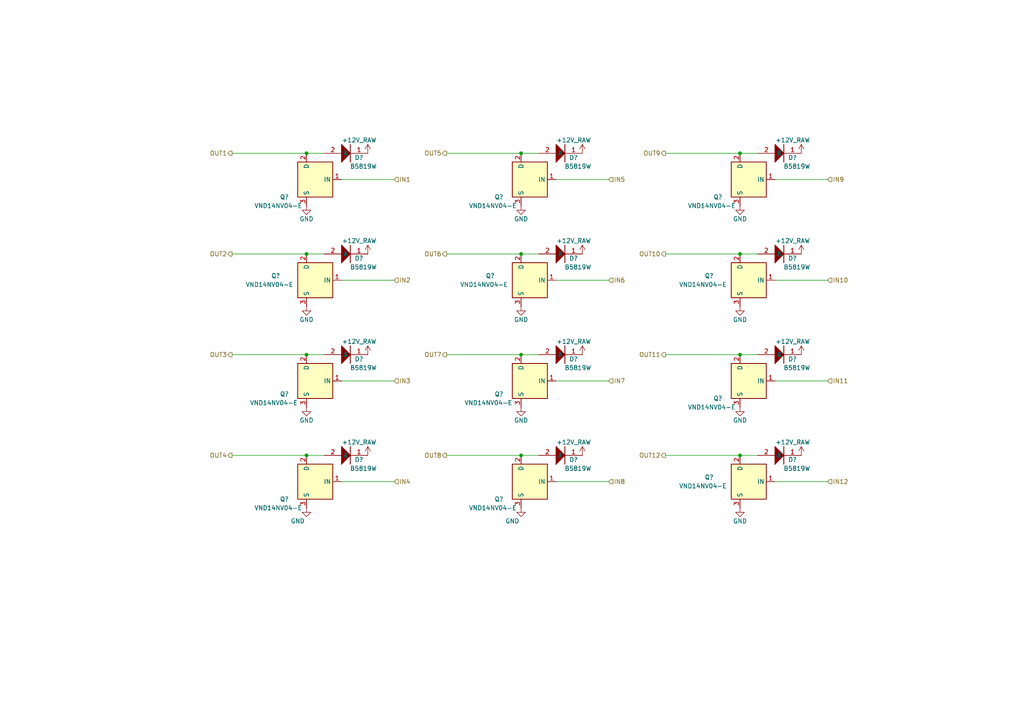
<source format=kicad_sch>
(kicad_sch (version 20230121) (generator eeschema)
  (paper "A4")
  (lib_symbols
    (symbol "Power_Management:AUIPS2041L"
      (property "Reference" "U" (at 3.81 1.27 0))
      (property "Value" "AUIPS2041L" (at 3.81 -1.27 0))
      (symbol "AUIPS2041L_0_1"
        (rectangle (start -7.62 5.08) (end 2.54 -5.08) (stroke (width 0.254)) (fill (type background)))
      )
      (symbol "AUIPS2041L_1_1"
        (pin input line (at -10.16 0 0) (length 2.54) (name "IN") (number "1"))
        (pin passive line (at 0 7.62 270) (length 2.54) (name "D") (number "2"))
        (pin power_in line (at 0 -7.62 90) (length 2.54) (name "S") (number "3"))
      )
    )
    (symbol "hellen-one-common:+12V_RAW" (power) (pin_names (offset 0))
      (property "Value" "+12V_RAW" (at 0 3.556 0))
      (symbol "+12V_RAW_0_1"
        (polyline (pts (xy -0.762 1.27) (xy 0 2.54)))
        (polyline (pts (xy 0 0) (xy 0 2.54)))
        (polyline (pts (xy 0 2.54) (xy 0.762 1.27)))
      )
      (symbol "+12V_RAW_1_1"
        (pin power_in line (at 0 0 90) (length 0) hide (name "+12V_RAW") (number "1"))
      )
    )
    (symbol "hellen-one-common:1N4148WS"
      (property "Reference" "D" (at 0 2.54 0))
      (property "Value" "1N4148WS" (at 0 -3.81 0))
      (symbol "1N4148WS_1_0"
        (polyline (pts (xy 2.54 2.54) (xy 2.54 -2.54)) (stroke (width 0.254)))
        (polyline (pts (xy 0 -2.54) (xy 2.54 0) (xy 0 2.54) (xy 0 -2.54)) (stroke (width 0.254)) (fill (type outline)))
        (pin passive line (at 7.62 0 180) (length 5.08) (name "K") (number "1"))
        (pin passive line (at -5.08 0 0) (length 5.08) (name "A") (number "2"))
      )
    )
    (symbol "power:GND" (power) (pin_names (offset 0))
      (property "Value" "GND" (at 0 -3.81 0))
      (symbol "GND_0_1"
        (polyline (pts (xy 0 0) (xy 0 -1.27) (xy 1.27 -1.27) (xy 0 -2.54) (xy -1.27 -1.27) (xy 0 -1.27)))
      )
      (symbol "GND_1_1"
        (pin power_in line (at 0 0 270) (length 0) hide (name "GND") (number "1"))
      )
    )
  )
  (junction (at 214.63 102.87))
  (junction (at 214.63 73.66))
  (junction (at 88.9 73.66))
  (junction (at 151.13 102.87))
  (junction (at 151.13 73.66))
  (junction (at 88.9 102.87))
  (junction (at 151.13 44.45))
  (junction (at 214.63 132.08))
  (junction (at 214.63 44.45))
  (junction (at 88.9 44.45))
  (junction (at 88.9 132.08))
  (junction (at 151.13 132.08))
  (wire (pts (xy 88.9 44.45) (xy 93.98 44.45)))
  (wire (pts (xy 99.06 81.28) (xy 114.3 81.28)))
  (wire (pts (xy 88.9 73.66) (xy 93.98 73.66)))
  (wire (pts (xy 161.29 110.49) (xy 176.53 110.49)))
  (wire (pts (xy 129.54 44.45) (xy 151.13 44.45)))
  (wire (pts (xy 214.63 44.45) (xy 219.71 44.45)))
  (wire (pts (xy 193.04 44.45) (xy 214.63 44.45)))
  (wire (pts (xy 129.54 102.87) (xy 151.13 102.87)))
  (wire (pts (xy 88.9 102.87) (xy 93.98 102.87)))
  (wire (pts (xy 224.79 139.7) (xy 240.03 139.7)))
  (wire (pts (xy 99.06 52.07) (xy 114.3 52.07)))
  (wire (pts (xy 193.04 132.08) (xy 214.63 132.08)))
  (wire (pts (xy 224.79 52.07) (xy 240.03 52.07)))
  (wire (pts (xy 99.06 110.49) (xy 114.3 110.49)))
  (wire (pts (xy 99.06 139.7) (xy 114.3 139.7)))
  (wire (pts (xy 214.63 73.66) (xy 219.71 73.66)))
  (wire (pts (xy 67.31 44.45) (xy 88.9 44.45)))
  (wire (pts (xy 67.31 73.66) (xy 88.9 73.66)))
  (wire (pts (xy 129.54 132.08) (xy 151.13 132.08)))
  (wire (pts (xy 161.29 139.7) (xy 176.53 139.7)))
  (wire (pts (xy 151.13 102.87) (xy 156.21 102.87)))
  (wire (pts (xy 67.31 132.08) (xy 88.9 132.08)))
  (wire (pts (xy 67.31 102.87) (xy 88.9 102.87)))
  (wire (pts (xy 161.29 81.28) (xy 176.53 81.28)))
  (wire (pts (xy 151.13 44.45) (xy 156.21 44.45)))
  (wire (pts (xy 214.63 132.08) (xy 219.71 132.08)))
  (wire (pts (xy 193.04 102.87) (xy 214.63 102.87)))
  (wire (pts (xy 214.63 102.87) (xy 219.71 102.87)))
  (wire (pts (xy 224.79 110.49) (xy 240.03 110.49)))
  (wire (pts (xy 161.29 52.07) (xy 176.53 52.07)))
  (wire (pts (xy 129.54 73.66) (xy 151.13 73.66)))
  (wire (pts (xy 224.79 81.28) (xy 240.03 81.28)))
  (wire (pts (xy 151.13 73.66) (xy 156.21 73.66)))
  (wire (pts (xy 88.9 132.08) (xy 93.98 132.08)))
  (wire (pts (xy 151.13 132.08) (xy 156.21 132.08)))
  (wire (pts (xy 193.04 73.66) (xy 214.63 73.66)))
  (hierarchical_label "IN4" (shape input) (at 114.3 139.7 0))
  (hierarchical_label "IN5" (shape input) (at 176.53 52.07 0))
  (hierarchical_label "IN3" (shape input) (at 114.3 110.49 0))
  (hierarchical_label "OUT7" (shape output) (at 129.54 102.87 180))
  (hierarchical_label "IN10" (shape input) (at 240.03 81.28 0))
  (hierarchical_label "OUT1" (shape output) (at 67.31 44.45 180))
  (hierarchical_label "IN2" (shape input) (at 114.3 81.28 0))
  (hierarchical_label "IN8" (shape input) (at 176.53 139.7 0))
  (hierarchical_label "IN9" (shape input) (at 240.03 52.07 0))
  (hierarchical_label "IN12" (shape input) (at 240.03 139.7 0))
  (hierarchical_label "IN6" (shape input) (at 176.53 81.28 0))
  (hierarchical_label "OUT9" (shape output) (at 193.04 44.45 180))
  (hierarchical_label "OUT8" (shape output) (at 129.54 132.08 180))
  (hierarchical_label "OUT11" (shape output) (at 193.04 102.87 180))
  (hierarchical_label "OUT5" (shape output) (at 129.54 44.45 180))
  (hierarchical_label "OUT10" (shape output) (at 193.04 73.66 180))
  (hierarchical_label "IN1" (shape input) (at 114.3 52.07 0))
  (hierarchical_label "OUT4" (shape output) (at 67.31 132.08 180))
  (hierarchical_label "IN7" (shape input) (at 176.53 110.49 0))
  (hierarchical_label "OUT3" (shape output) (at 67.31 102.87 180))
  (hierarchical_label "OUT6" (shape output) (at 129.54 73.66 180))
  (hierarchical_label "OUT2" (shape output) (at 67.31 73.66 180))
  (hierarchical_label "OUT12" (shape output) (at 193.04 132.08 180))
  (hierarchical_label "IN11" (shape input) (at 240.03 110.49 0))
  (symbol (lib_id "power:GND") (at 214.63 88.9 0) (mirror y) (unit 1)
    (property "Reference" "#PWR?" (effects hide))
    (property "Value" "GND" (at 214.63 92.71 0))
    (instances (project "alphax_8ch" (path "" (reference "#PWR?") (unit 1)) (path "" (reference "#PWR0194") (unit 1))))
  )
  (symbol (lib_id "power:GND") (at 151.13 88.9 0) (mirror y) (unit 1)
    (property "Reference" "#PWR?" (effects hide))
    (property "Value" "GND" (at 151.13 92.71 0))
    (instances (project "alphax_8ch" (path "" (reference "#PWR?") (unit 1)) (path "" (reference "#PWR0182") (unit 1))))
  )
  (symbol (lib_id "power:GND") (at 88.9 118.11 0) (mirror y) (unit 1)
    (property "Reference" "#PWR?" (effects hide))
    (property "Value" "GND" (at 88.9 121.92 0))
    (instances (project "alphax_8ch" (path "" (reference "#PWR?") (unit 1)) (path "" (reference "#PWR0171") (unit 1))))
  )
  (symbol (lib_id "hellen-one-common:1N4148WS") (at 224.79 44.45 0) (unit 1)
    (property "Reference" "D?" (at 229.87 45.72 0))
    (property "Value" "B5819W" (at 231.14 48.26 0))
    (property "Footprint" "hellen-one-common:SOD-123" (effects hide))
    (property "LCSC" "C8598" (effects hide))
    (instances (project "alphax_8ch" (path "" (reference "D?") (unit 1)) (path "" (reference "D102") (unit 1))))
  )
  (symbol (lib_id "hellen-one-common:+12V_RAW") (at 232.41 44.45 0) (mirror y) (unit 1)
    (property "Reference" "#PWR?" (effects hide))
    (property "Value" "+12V_RAW" (at 234.95 40.64 0) (effects (justify left)))
    (instances (project "alphax_8ch" (path "" (reference "#PWR?") (unit 1)) (path "" (reference "#PWR0197") (unit 1))))
  )
  (symbol (lib_id "hellen-one-common:1N4148WS") (at 161.29 73.66 0) (unit 1)
    (property "Reference" "D?" (at 166.37 74.93 0))
    (property "Value" "B5819W" (at 167.64 77.47 0))
    (property "Footprint" "hellen-one-common:SOD-123" (effects hide))
    (property "LCSC" "C8598" (effects hide))
    (instances (project "alphax_8ch" (path "" (reference "D?") (unit 1)) (path "" (reference "D99") (unit 1))))
  )
  (symbol (lib_id "Power_Management:AUIPS2041L") (at 214.63 139.7 0) (mirror y) (unit 1)
    (property "Reference" "Q?" (at 207.01 138.43 0) (effects (justify left)))
    (property "Value" "VND14NV04-E" (at 210.82 140.97 0) (effects (justify left)))
    (property "Footprint" "hellen-one-common:DPAK" (effects hide))
    (property "Datasheet" "https://www.infineon.com/dgdl/Infineon-AUIPS2041-DS-v01_00-EN.pdf?fileId=5546d4625a888733015aae147a9d4c57" (effects hide))
    (property "LCSC" " C155647" (effects hide))
    (instances (project "alphax_8ch" (path "" (reference "Q?") (unit 1)) (path "" (reference "Q39") (unit 1))))
  )
  (symbol (lib_id "hellen-one-common:1N4148WS") (at 99.06 44.45 0) (unit 1)
    (property "Reference" "D?" (at 104.14 45.72 0))
    (property "Value" "B5819W" (at 105.41 48.26 0))
    (property "Footprint" "hellen-one-common:SOD-123" (effects hide))
    (property "LCSC" "C8598" (effects hide))
    (instances (project "alphax_8ch" (path "" (reference "D?") (unit 1)) (path "" (reference "D94") (unit 1))))
  )
  (symbol (lib_id "power:GND") (at 214.63 147.32 0) (mirror y) (unit 1)
    (property "Reference" "#PWR?" (effects hide))
    (property "Value" "GND" (at 214.63 151.13 0))
    (instances (project "alphax_8ch" (path "" (reference "#PWR?") (unit 1)) (path "" (reference "#PWR0196") (unit 1))))
  )
  (symbol (lib_id "power:GND") (at 214.63 59.69 0) (mirror y) (unit 1)
    (property "Reference" "#PWR?" (effects hide))
    (property "Value" "GND" (at 214.63 63.5 0))
    (instances (project "alphax_8ch" (path "" (reference "#PWR?") (unit 1)) (path "" (reference "#PWR0193") (unit 1))))
  )
  (symbol (lib_id "hellen-one-common:1N4148WS") (at 224.79 73.66 0) (unit 1)
    (property "Reference" "D?" (at 229.87 74.93 0))
    (property "Value" "B5819W" (at 231.14 77.47 0))
    (property "Footprint" "hellen-one-common:SOD-123" (effects hide))
    (property "LCSC" "C8598" (effects hide))
    (instances (project "alphax_8ch" (path "" (reference "D?") (unit 1)) (path "" (reference "D103") (unit 1))))
  )
  (symbol (lib_id "hellen-one-common:1N4148WS") (at 99.06 102.87 0) (unit 1)
    (property "Reference" "D?" (at 104.14 104.14 0))
    (property "Value" "B5819W" (at 105.41 106.68 0))
    (property "Footprint" "hellen-one-common:SOD-123" (effects hide))
    (property "LCSC" "C8598" (effects hide))
    (instances (project "alphax_8ch" (path "" (reference "D?") (unit 1)) (path "" (reference "D96") (unit 1))))
  )
  (symbol (lib_id "Power_Management:AUIPS2041L") (at 151.13 139.7 0) (mirror y) (unit 1)
    (property "Reference" "Q?" (at 146.05 144.78 0) (effects (justify left)))
    (property "Value" "VND14NV04-E" (at 149.86 147.32 0) (effects (justify left)))
    (property "Footprint" "hellen-one-common:DPAK" (effects hide))
    (property "Datasheet" "https://www.infineon.com/dgdl/Infineon-AUIPS2041-DS-v01_00-EN.pdf?fileId=5546d4625a888733015aae147a9d4c57" (effects hide))
    (property "LCSC" "C155647" (effects hide))
    (instances (project "alphax_8ch" (path "" (reference "Q?") (unit 1)) (path "" (reference "Q35") (unit 1))))
  )
  (symbol (lib_id "hellen-one-common:+12V_RAW") (at 106.68 102.87 0) (mirror y) (unit 1)
    (property "Reference" "#PWR?" (effects hide))
    (property "Value" "+12V_RAW" (at 109.22 99.06 0) (effects (justify left)))
    (instances (project "alphax_8ch" (path "" (reference "#PWR?") (unit 1)) (path "" (reference "#PWR0177") (unit 1))))
  )
  (symbol (lib_id "power:GND") (at 151.13 59.69 0) (mirror y) (unit 1)
    (property "Reference" "#PWR?" (effects hide))
    (property "Value" "GND" (at 151.13 63.5 0))
    (instances (project "alphax_8ch" (path "" (reference "#PWR?") (unit 1)) (path "" (reference "#PWR0181") (unit 1))))
  )
  (symbol (lib_id "hellen-one-common:+12V_RAW") (at 106.68 73.66 0) (mirror y) (unit 1)
    (property "Reference" "#PWR?" (effects hide))
    (property "Value" "+12V_RAW" (at 109.22 69.85 0) (effects (justify left)))
    (instances (project "alphax_8ch" (path "" (reference "#PWR?") (unit 1)) (path "" (reference "#PWR0175") (unit 1))))
  )
  (symbol (lib_id "hellen-one-common:1N4148WS") (at 224.79 102.87 0) (unit 1)
    (property "Reference" "D?" (at 229.87 104.14 0))
    (property "Value" "B5819W" (at 231.14 106.68 0))
    (property "Footprint" "hellen-one-common:SOD-123" (effects hide))
    (property "LCSC" "C8598" (effects hide))
    (instances (project "alphax_8ch" (path "" (reference "D?") (unit 1)) (path "" (reference "D104") (unit 1))))
  )
  (symbol (lib_id "Power_Management:AUIPS2041L") (at 88.9 81.28 0) (mirror y) (unit 1)
    (property "Reference" "Q?" (at 81.28 80.01 0) (effects (justify left)))
    (property "Value" "VND14NV04-E" (at 85.09 82.55 0) (effects (justify left)))
    (property "Footprint" "hellen-one-common:DPAK" (effects hide))
    (property "Datasheet" "https://www.infineon.com/dgdl/Infineon-AUIPS2041-DS-v01_00-EN.pdf?fileId=5546d4625a888733015aae147a9d4c57" (effects hide))
    (property "LCSC" " C155647" (effects hide))
    (instances (project "alphax_8ch" (path "" (reference "Q?") (unit 1)) (path "" (reference "Q29") (unit 1))))
  )
  (symbol (lib_id "hellen-one-common:+12V_RAW") (at 232.41 73.66 0) (mirror y) (unit 1)
    (property "Reference" "#PWR?" (effects hide))
    (property "Value" "+12V_RAW" (at 234.95 69.85 0) (effects (justify left)))
    (instances (project "alphax_8ch" (path "" (reference "#PWR?") (unit 1)) (path "" (reference "#PWR0199") (unit 1))))
  )
  (symbol (lib_id "power:GND") (at 88.9 147.32 0) (mirror y) (unit 1)
    (property "Reference" "#PWR?" (effects hide))
    (property "Value" "GND" (at 86.36 151.13 0))
    (instances (project "alphax_8ch" (path "" (reference "#PWR?") (unit 1)) (path "" (reference "#PWR0172") (unit 1))))
  )
  (symbol (lib_id "power:GND") (at 88.9 88.9 0) (mirror y) (unit 1)
    (property "Reference" "#PWR?" (effects hide))
    (property "Value" "GND" (at 88.9 92.71 0))
    (instances (project "alphax_8ch" (path "" (reference "#PWR?") (unit 1)) (path "" (reference "#PWR0170") (unit 1))))
  )
  (symbol (lib_id "hellen-one-common:1N4148WS") (at 224.79 132.08 0) (unit 1)
    (property "Reference" "D?" (at 229.87 133.35 0))
    (property "Value" "B5819W" (at 231.14 135.89 0))
    (property "Footprint" "hellen-one-common:SOD-123" (effects hide))
    (property "LCSC" "C8598" (effects hide))
    (instances (project "alphax_8ch" (path "" (reference "D?") (unit 1)) (path "" (reference "D105") (unit 1))))
  )
  (symbol (lib_id "power:GND") (at 88.9 59.69 0) (mirror y) (unit 1)
    (property "Reference" "#PWR?" (effects hide))
    (property "Value" "GND" (at 88.9 63.5 0))
    (instances (project "alphax_8ch" (path "" (reference "#PWR?") (unit 1)) (path "" (reference "#PWR0169") (unit 1))))
  )
  (symbol (lib_id "Power_Management:AUIPS2041L") (at 88.9 139.7 0) (mirror y) (unit 1)
    (property "Reference" "Q?" (at 83.82 144.78 0) (effects (justify left)))
    (property "Value" "VND14NV04-E" (at 87.63 147.32 0) (effects (justify left)))
    (property "Footprint" "hellen-one-common:DPAK" (effects hide))
    (property "Datasheet" "https://www.infineon.com/dgdl/Infineon-AUIPS2041-DS-v01_00-EN.pdf?fileId=5546d4625a888733015aae147a9d4c57" (effects hide))
    (property "LCSC" "C155647" (effects hide))
    (instances (project "alphax_8ch" (path "" (reference "Q?") (unit 1)) (path "" (reference "Q31") (unit 1))))
  )
  (symbol (lib_id "hellen-one-common:+12V_RAW") (at 168.91 102.87 0) (mirror y) (unit 1)
    (property "Reference" "#PWR?" (effects hide))
    (property "Value" "+12V_RAW" (at 171.45 99.06 0) (effects (justify left)))
    (instances (project "alphax_8ch" (path "" (reference "#PWR?") (unit 1)) (path "" (reference "#PWR0189") (unit 1))))
  )
  (symbol (lib_id "hellen-one-common:+12V_RAW") (at 106.68 132.08 0) (mirror y) (unit 1)
    (property "Reference" "#PWR?" (effects hide))
    (property "Value" "+12V_RAW" (at 109.22 128.27 0) (effects (justify left)))
    (instances (project "alphax_8ch" (path "" (reference "#PWR?") (unit 1)) (path "" (reference "#PWR0179") (unit 1))))
  )
  (symbol (lib_id "Power_Management:AUIPS2041L") (at 151.13 110.49 0) (mirror y) (unit 1)
    (property "Reference" "Q?" (at 146.05 114.3 0) (effects (justify left)))
    (property "Value" "VND14NV04-E" (at 148.59 116.84 0) (effects (justify left)))
    (property "Footprint" "hellen-one-common:DPAK" (effects hide))
    (property "Datasheet" "https://www.infineon.com/dgdl/Infineon-AUIPS2041-DS-v01_00-EN.pdf?fileId=5546d4625a888733015aae147a9d4c57" (effects hide))
    (property "LCSC" "C155647" (effects hide))
    (instances (project "alphax_8ch" (path "" (reference "Q?") (unit 1)) (path "" (reference "Q34") (unit 1))))
  )
  (symbol (lib_id "hellen-one-common:+12V_RAW") (at 106.68 44.45 0) (mirror y) (unit 1)
    (property "Reference" "#PWR?" (effects hide))
    (property "Value" "+12V_RAW" (at 109.22 40.64 0) (effects (justify left)))
    (instances (project "alphax_8ch" (path "" (reference "#PWR?") (unit 1)) (path "" (reference "#PWR0173") (unit 1))))
  )
  (symbol (lib_id "hellen-one-common:1N4148WS") (at 161.29 102.87 0) (unit 1)
    (property "Reference" "D?" (at 166.37 104.14 0))
    (property "Value" "B5819W" (at 167.64 106.68 0))
    (property "Footprint" "hellen-one-common:SOD-123" (effects hide))
    (property "LCSC" "C8598" (effects hide))
    (instances (project "alphax_8ch" (path "" (reference "D?") (unit 1)) (path "" (reference "D100") (unit 1))))
  )
  (symbol (lib_id "power:GND") (at 214.63 118.11 0) (mirror y) (unit 1)
    (property "Reference" "#PWR?" (effects hide))
    (property "Value" "GND" (at 214.63 121.92 0))
    (instances (project "alphax_8ch" (path "" (reference "#PWR?") (unit 1)) (path "" (reference "#PWR0195") (unit 1))))
  )
  (symbol (lib_id "hellen-one-common:+12V_RAW") (at 168.91 132.08 0) (mirror y) (unit 1)
    (property "Reference" "#PWR?" (effects hide))
    (property "Value" "+12V_RAW" (at 171.45 128.27 0) (effects (justify left)))
    (instances (project "alphax_8ch" (path "" (reference "#PWR?") (unit 1)) (path "" (reference "#PWR0191") (unit 1))))
  )
  (symbol (lib_id "hellen-one-common:+12V_RAW") (at 232.41 132.08 0) (mirror y) (unit 1)
    (property "Reference" "#PWR?" (effects hide))
    (property "Value" "+12V_RAW" (at 234.95 128.27 0) (effects (justify left)))
    (instances (project "alphax_8ch" (path "" (reference "#PWR?") (unit 1)) (path "" (reference "#PWR0203") (unit 1))))
  )
  (symbol (lib_id "Power_Management:AUIPS2041L") (at 214.63 52.07 0) (mirror y) (unit 1)
    (property "Reference" "Q?" (at 209.55 57.15 0) (effects (justify left)))
    (property "Value" "VND14NV04-E" (at 213.36 59.69 0) (effects (justify left)))
    (property "Footprint" "hellen-one-common:DPAK" (effects hide))
    (property "Datasheet" "https://www.infineon.com/dgdl/Infineon-AUIPS2041-DS-v01_00-EN.pdf?fileId=5546d4625a888733015aae147a9d4c57" (effects hide))
    (property "LCSC" "C155647" (effects hide))
    (instances (project "alphax_8ch" (path "" (reference "Q?") (unit 1)) (path "" (reference "Q36") (unit 1))))
  )
  (symbol (lib_id "hellen-one-common:1N4148WS") (at 99.06 73.66 0) (unit 1)
    (property "Reference" "D?" (at 104.14 74.93 0))
    (property "Value" "B5819W" (at 105.41 77.47 0))
    (property "Footprint" "hellen-one-common:SOD-123" (effects hide))
    (property "LCSC" "C8598" (effects hide))
    (instances (project "alphax_8ch" (path "" (reference "D?") (unit 1)) (path "" (reference "D95") (unit 1))))
  )
  (symbol (lib_id "hellen-one-common:+12V_RAW") (at 168.91 73.66 0) (mirror y) (unit 1)
    (property "Reference" "#PWR?" (effects hide))
    (property "Value" "+12V_RAW" (at 171.45 69.85 0) (effects (justify left)))
    (instances (project "alphax_8ch" (path "" (reference "#PWR?") (unit 1)) (path "" (reference "#PWR0187") (unit 1))))
  )
  (symbol (lib_id "power:GND") (at 151.13 118.11 0) (mirror y) (unit 1)
    (property "Reference" "#PWR?" (effects hide))
    (property "Value" "GND" (at 151.13 121.92 0))
    (instances (project "alphax_8ch" (path "" (reference "#PWR?") (unit 1)) (path "" (reference "#PWR0183") (unit 1))))
  )
  (symbol (lib_id "Power_Management:AUIPS2041L") (at 214.63 110.49 0) (mirror y) (unit 1)
    (property "Reference" "Q?" (at 209.55 115.57 0) (effects (justify left)))
    (property "Value" "VND14NV04-E" (at 213.36 118.11 0) (effects (justify left)))
    (property "Footprint" "hellen-one-common:DPAK" (effects hide))
    (property "Datasheet" "https://www.infineon.com/dgdl/Infineon-AUIPS2041-DS-v01_00-EN.pdf?fileId=5546d4625a888733015aae147a9d4c57" (effects hide))
    (property "LCSC" "C155647" (effects hide))
    (instances (project "alphax_8ch" (path "" (reference "Q?") (unit 1)) (path "" (reference "Q38") (unit 1))))
  )
  (symbol (lib_id "hellen-one-common:1N4148WS") (at 99.06 132.08 0) (unit 1)
    (property "Reference" "D?" (at 104.14 133.35 0))
    (property "Value" "B5819W" (at 105.41 135.89 0))
    (property "Footprint" "hellen-one-common:SOD-123" (effects hide))
    (property "LCSC" "C8598" (effects hide))
    (instances (project "alphax_8ch" (path "" (reference "D?") (unit 1)) (path "" (reference "D97") (unit 1))))
  )
  (symbol (lib_id "hellen-one-common:1N4148WS") (at 161.29 132.08 0) (unit 1)
    (property "Reference" "D?" (at 166.37 133.35 0))
    (property "Value" "B5819W" (at 167.64 135.89 0))
    (property "Footprint" "hellen-one-common:SOD-123" (effects hide))
    (property "LCSC" "C8598" (effects hide))
    (instances (project "alphax_8ch" (path "" (reference "D?") (unit 1)) (path "" (reference "D101") (unit 1))))
  )
  (symbol (lib_id "power:GND") (at 151.13 147.32 0) (mirror y) (unit 1)
    (property "Reference" "#PWR?" (effects hide))
    (property "Value" "GND" (at 148.59 151.13 0))
    (instances (project "alphax_8ch" (path "" (reference "#PWR?") (unit 1)) (path "" (reference "#PWR0184") (unit 1))))
  )
  (symbol (lib_id "Power_Management:AUIPS2041L") (at 151.13 52.07 0) (mirror y) (unit 1)
    (property "Reference" "Q?" (at 146.05 57.15 0) (effects (justify left)))
    (property "Value" "VND14NV04-E" (at 149.86 59.69 0) (effects (justify left)))
    (property "Footprint" "hellen-one-common:DPAK" (effects hide))
    (property "Datasheet" "https://www.infineon.com/dgdl/Infineon-AUIPS2041-DS-v01_00-EN.pdf?fileId=5546d4625a888733015aae147a9d4c57" (effects hide))
    (property "LCSC" "C155647" (effects hide))
    (instances (project "alphax_8ch" (path "" (reference "Q?") (unit 1)) (path "" (reference "Q32") (unit 1))))
  )
  (symbol (lib_id "Power_Management:AUIPS2041L") (at 88.9 110.49 0) (mirror y) (unit 1)
    (property "Reference" "Q?" (at 83.82 114.3 0) (effects (justify left)))
    (property "Value" "VND14NV04-E" (at 86.36 116.84 0) (effects (justify left)))
    (property "Footprint" "hellen-one-common:DPAK" (effects hide))
    (property "Datasheet" "https://www.infineon.com/dgdl/Infineon-AUIPS2041-DS-v01_00-EN.pdf?fileId=5546d4625a888733015aae147a9d4c57" (effects hide))
    (property "LCSC" "C155647" (effects hide))
    (instances (project "alphax_8ch" (path "" (reference "Q?") (unit 1)) (path "" (reference "Q30") (unit 1))))
  )
  (symbol (lib_id "hellen-one-common:1N4148WS") (at 161.29 44.45 0) (unit 1)
    (property "Reference" "D?" (at 166.37 45.72 0))
    (property "Value" "B5819W" (at 167.64 48.26 0))
    (property "Footprint" "hellen-one-common:SOD-123" (effects hide))
    (property "LCSC" "C8598" (effects hide))
    (instances (project "alphax_8ch" (path "" (reference "D?") (unit 1)) (path "" (reference "D98") (unit 1))))
  )
  (symbol (lib_id "Power_Management:AUIPS2041L") (at 214.63 81.28 0) (mirror y) (unit 1)
    (property "Reference" "Q?" (at 207.01 80.01 0) (effects (justify left)))
    (property "Value" "VND14NV04-E" (at 210.82 82.55 0) (effects (justify left)))
    (property "Footprint" "hellen-one-common:DPAK" (effects hide))
    (property "Datasheet" "https://www.infineon.com/dgdl/Infineon-AUIPS2041-DS-v01_00-EN.pdf?fileId=5546d4625a888733015aae147a9d4c57" (effects hide))
    (property "LCSC" " C155647" (effects hide))
    (instances (project "alphax_8ch" (path "" (reference "Q?") (unit 1)) (path "" (reference "Q37") (unit 1))))
  )
  (symbol (lib_id "Power_Management:AUIPS2041L") (at 88.9 52.07 0) (mirror y) (unit 1)
    (property "Reference" "Q?" (at 83.82 57.15 0) (effects (justify left)))
    (property "Value" "VND14NV04-E" (at 87.63 59.69 0) (effects (justify left)))
    (property "Footprint" "hellen-one-common:DPAK" (effects hide))
    (property "Datasheet" "https://www.infineon.com/dgdl/Infineon-AUIPS2041-DS-v01_00-EN.pdf?fileId=5546d4625a888733015aae147a9d4c57" (effects hide))
    (property "LCSC" "C155647" (effects hide))
    (instances (project "alphax_8ch" (path "" (reference "Q?") (unit 1)) (path "" (reference "Q28") (unit 1))))
  )
  (symbol (lib_id "Power_Management:AUIPS2041L") (at 151.13 81.28 0) (mirror y) (unit 1)
    (property "Reference" "Q?" (at 143.51 80.01 0) (effects (justify left)))
    (property "Value" "VND14NV04-E" (at 147.32 82.55 0) (effects (justify left)))
    (property "Footprint" "hellen-one-common:DPAK" (effects hide))
    (property "Datasheet" "https://www.infineon.com/dgdl/Infineon-AUIPS2041-DS-v01_00-EN.pdf?fileId=5546d4625a888733015aae147a9d4c57" (effects hide))
    (property "LCSC" " C155647" (effects hide))
    (instances (project "alphax_8ch" (path "" (reference "Q?") (unit 1)) (path "" (reference "Q33") (unit 1))))
  )
  (symbol (lib_id "hellen-one-common:+12V_RAW") (at 168.91 44.45 0) (mirror y) (unit 1)
    (property "Reference" "#PWR?" (effects hide))
    (property "Value" "+12V_RAW" (at 171.45 40.64 0) (effects (justify left)))
    (instances (project "alphax_8ch" (path "" (reference "#PWR?") (unit 1)) (path "" (reference "#PWR0185") (unit 1))))
  )
  (symbol (lib_id "hellen-one-common:+12V_RAW") (at 232.41 102.87 0) (mirror y) (unit 1)
    (property "Reference" "#PWR?" (effects hide))
    (property "Value" "+12V_RAW" (at 234.95 99.06 0) (effects (justify left)))
    (instances (project "alphax_8ch" (path "" (reference "#PWR?") (unit 1)) (path "" (reference "#PWR0201") (unit 1))))
  )
)
</source>
